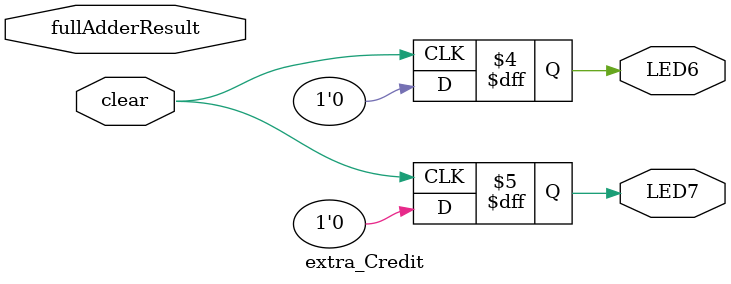
<source format=v>
module extra_Credit
    (
        input wire clear,
        input wire [8:0] fullAdderResult, // 9 bits to accommodate carry
        output reg LED6, // Negative indicator
        output reg LED7  // >255 indicator
    );

    always @ (posedge clear) begin
        if (clear) begin
            LED6 <= 0;
            LED7 <= 0;
        end
        else begin
            if (fullAdderResult[8]) // Check for result > 255
                LED7 <= 1;
            if (fullAdderResult[7] && !fullAdderResult[8]) // Check for negative result, MSB is set
                LED6 <= 1;
        end
    end

endmodule

</source>
